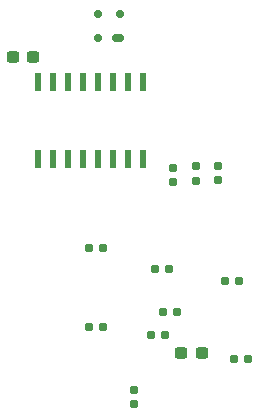
<source format=gbr>
%TF.GenerationSoftware,KiCad,Pcbnew,8.0.2*%
%TF.CreationDate,2024-06-14T14:56:41-07:00*%
%TF.ProjectId,USB_SPDTK,5553425f-5350-4445-944b-2e6b69636164,rev?*%
%TF.SameCoordinates,Original*%
%TF.FileFunction,Paste,Bot*%
%TF.FilePolarity,Positive*%
%FSLAX46Y46*%
G04 Gerber Fmt 4.6, Leading zero omitted, Abs format (unit mm)*
G04 Created by KiCad (PCBNEW 8.0.2) date 2024-06-14 14:56:41*
%MOMM*%
%LPD*%
G01*
G04 APERTURE LIST*
G04 Aperture macros list*
%AMRoundRect*
0 Rectangle with rounded corners*
0 $1 Rounding radius*
0 $2 $3 $4 $5 $6 $7 $8 $9 X,Y pos of 4 corners*
0 Add a 4 corners polygon primitive as box body*
4,1,4,$2,$3,$4,$5,$6,$7,$8,$9,$2,$3,0*
0 Add four circle primitives for the rounded corners*
1,1,$1+$1,$2,$3*
1,1,$1+$1,$4,$5*
1,1,$1+$1,$6,$7*
1,1,$1+$1,$8,$9*
0 Add four rect primitives between the rounded corners*
20,1,$1+$1,$2,$3,$4,$5,0*
20,1,$1+$1,$4,$5,$6,$7,0*
20,1,$1+$1,$6,$7,$8,$9,0*
20,1,$1+$1,$8,$9,$2,$3,0*%
G04 Aperture macros list end*
%ADD10RoundRect,0.137500X0.137500X-0.662500X0.137500X0.662500X-0.137500X0.662500X-0.137500X-0.662500X0*%
%ADD11RoundRect,0.160000X-0.197500X-0.160000X0.197500X-0.160000X0.197500X0.160000X-0.197500X0.160000X0*%
%ADD12RoundRect,0.155000X0.212500X0.155000X-0.212500X0.155000X-0.212500X-0.155000X0.212500X-0.155000X0*%
%ADD13RoundRect,0.155000X-0.212500X-0.155000X0.212500X-0.155000X0.212500X0.155000X-0.212500X0.155000X0*%
%ADD14RoundRect,0.237500X-0.300000X-0.237500X0.300000X-0.237500X0.300000X0.237500X-0.300000X0.237500X0*%
%ADD15RoundRect,0.175000X0.325000X-0.175000X0.325000X0.175000X-0.325000X0.175000X-0.325000X-0.175000X0*%
%ADD16RoundRect,0.150000X0.150000X-0.200000X0.150000X0.200000X-0.150000X0.200000X-0.150000X-0.200000X0*%
%ADD17RoundRect,0.160000X0.197500X0.160000X-0.197500X0.160000X-0.197500X-0.160000X0.197500X-0.160000X0*%
%ADD18RoundRect,0.237500X0.300000X0.237500X-0.300000X0.237500X-0.300000X-0.237500X0.300000X-0.237500X0*%
%ADD19RoundRect,0.160000X0.160000X-0.197500X0.160000X0.197500X-0.160000X0.197500X-0.160000X-0.197500X0*%
G04 APERTURE END LIST*
D10*
%TO.C,U3*%
X127645000Y-82750000D03*
X126375000Y-82750000D03*
X125105000Y-82750000D03*
X123835000Y-82750000D03*
X122565000Y-82750000D03*
X121295000Y-82750000D03*
X120025000Y-82750000D03*
X118755000Y-82750000D03*
X118755000Y-76250000D03*
X120025000Y-76250000D03*
X121295000Y-76250000D03*
X122565000Y-76250000D03*
X123835000Y-76250000D03*
X125105000Y-76250000D03*
X126375000Y-76250000D03*
X127645000Y-76250000D03*
%TD*%
D11*
%TO.C,R9*%
X135402500Y-99700000D03*
X136597500Y-99700000D03*
%TD*%
D12*
%TO.C,C11*%
X130535000Y-95700000D03*
X129400000Y-95700000D03*
%TD*%
D13*
%TO.C,C10*%
X123132500Y-97000000D03*
X124267500Y-97000000D03*
%TD*%
D12*
%TO.C,C9*%
X124267500Y-90300000D03*
X123132500Y-90300000D03*
%TD*%
D14*
%TO.C,C15*%
X116637500Y-74100000D03*
X118362500Y-74100000D03*
%TD*%
D15*
%TO.C,D2*%
X125550000Y-72500000D03*
D16*
X123850000Y-72500000D03*
X123850000Y-70500000D03*
X125750000Y-70500000D03*
%TD*%
D12*
%TO.C,C13*%
X129535000Y-97700000D03*
X128400000Y-97700000D03*
%TD*%
D17*
%TO.C,R17*%
X129897500Y-92100000D03*
X128702500Y-92100000D03*
%TD*%
D18*
%TO.C,FB1*%
X132662500Y-99200000D03*
X130937500Y-99200000D03*
%TD*%
D19*
%TO.C,R14*%
X130200000Y-84697500D03*
X130200000Y-83502500D03*
%TD*%
%TO.C,R13*%
X132200000Y-84597500D03*
X132200000Y-83402500D03*
%TD*%
%TO.C,R11*%
X126900000Y-103497500D03*
X126900000Y-102302500D03*
%TD*%
D11*
%TO.C,R16*%
X134602500Y-93100000D03*
X135797500Y-93100000D03*
%TD*%
D19*
%TO.C,R12*%
X134000000Y-84572500D03*
X134000000Y-83377500D03*
%TD*%
M02*

</source>
